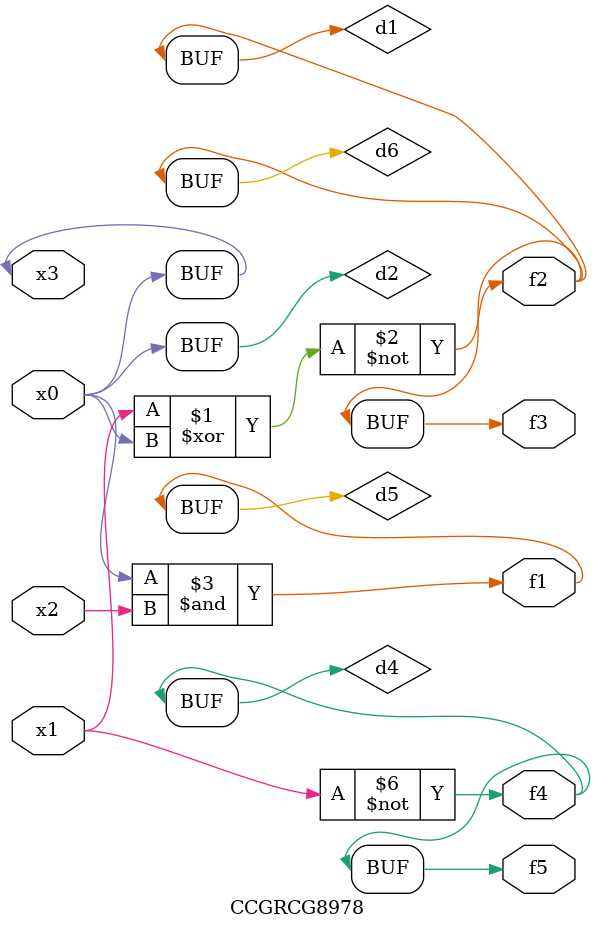
<source format=v>
module CCGRCG8978(
	input x0, x1, x2, x3,
	output f1, f2, f3, f4, f5
);

	wire d1, d2, d3, d4, d5, d6;

	xnor (d1, x1, x3);
	buf (d2, x0, x3);
	nand (d3, x0, x2);
	not (d4, x1);
	nand (d5, d3);
	or (d6, d1);
	assign f1 = d5;
	assign f2 = d6;
	assign f3 = d6;
	assign f4 = d4;
	assign f5 = d4;
endmodule

</source>
